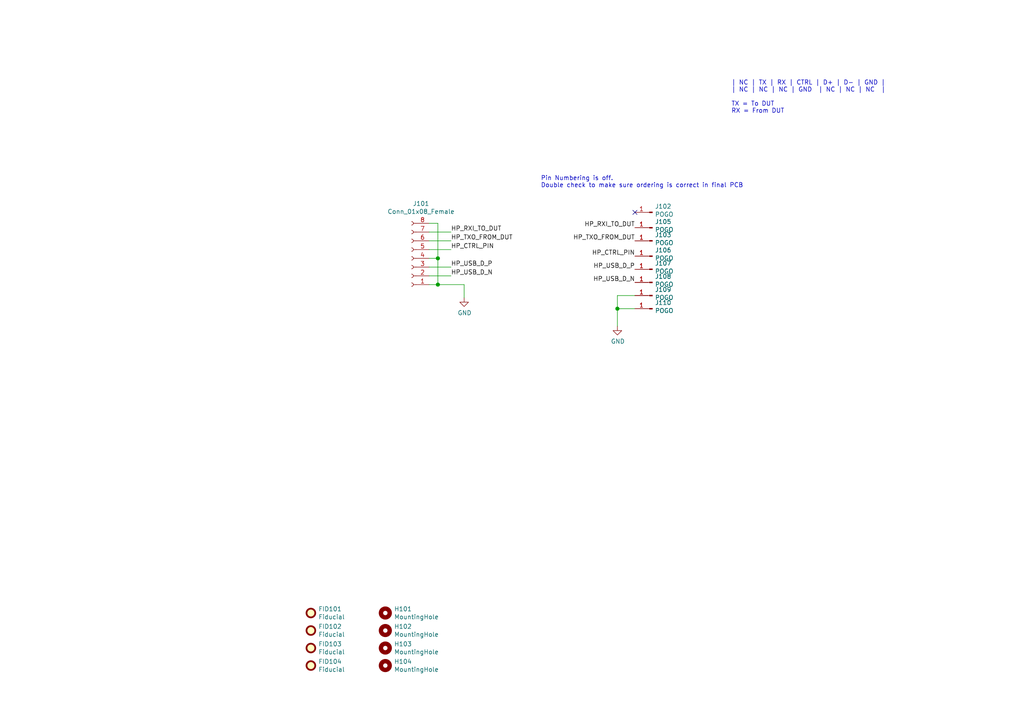
<source format=kicad_sch>
(kicad_sch (version 20210126) (generator eeschema)

  (paper "A4")

  (lib_symbols
    (symbol "homebreakout-rescue:Conn_01x01_Male-Connector" (pin_names (offset 1.016) hide) (in_bom yes) (on_board yes)
      (property "Reference" "J" (id 0) (at 0 2.54 0)
        (effects (font (size 1.27 1.27)))
      )
      (property "Value" "Conn_01x01_Male-Connector" (id 1) (at 0 -2.54 0)
        (effects (font (size 1.27 1.27)))
      )
      (property "Footprint" "" (id 2) (at 0 0 0)
        (effects (font (size 1.27 1.27)) hide)
      )
      (property "Datasheet" "" (id 3) (at 0 0 0)
        (effects (font (size 1.27 1.27)) hide)
      )
      (property "ki_fp_filters" "Connector*:*" (id 4) (at 0 0 0)
        (effects (font (size 1.27 1.27)) hide)
      )
      (symbol "Conn_01x01_Male-Connector_1_1"
        (rectangle (start 0.8636 0.127) (end 0 -0.127)
          (stroke (width 0.1524)) (fill (type outline))
        )
        (polyline
          (pts
            (xy 1.27 0)
            (xy 0.8636 0)
          )
          (stroke (width 0.1524)) (fill (type none))
        )
        (pin passive line (at 5.08 0 180) (length 3.81)
          (name "Pin_1" (effects (font (size 1.27 1.27))))
          (number "1" (effects (font (size 1.27 1.27))))
        )
      )
    )
    (symbol "homebreakout-rescue:Conn_01x08_Female-Connector" (pin_names (offset 1.016) hide) (in_bom yes) (on_board yes)
      (property "Reference" "J" (id 0) (at 0 10.16 0)
        (effects (font (size 1.27 1.27)))
      )
      (property "Value" "Conn_01x08_Female-Connector" (id 1) (at 0 -12.7 0)
        (effects (font (size 1.27 1.27)))
      )
      (property "Footprint" "" (id 2) (at 0 0 0)
        (effects (font (size 1.27 1.27)) hide)
      )
      (property "Datasheet" "" (id 3) (at 0 0 0)
        (effects (font (size 1.27 1.27)) hide)
      )
      (property "ki_fp_filters" "Connector*:*_1x??_*" (id 4) (at 0 0 0)
        (effects (font (size 1.27 1.27)) hide)
      )
      (symbol "Conn_01x08_Female-Connector_1_1"
        (arc (start 0 -9.652) (end 0 -10.668) (radius (at 0 -10.16) (length 0.508) (angles 90.1 -90.1))
          (stroke (width 0.1524)) (fill (type none))
        )
        (arc (start 0 -7.112) (end 0 -8.128) (radius (at 0 -7.62) (length 0.508) (angles 90.1 -90.1))
          (stroke (width 0.1524)) (fill (type none))
        )
        (arc (start 0 -4.572) (end 0 -5.588) (radius (at 0 -5.08) (length 0.508) (angles 90.1 -90.1))
          (stroke (width 0.1524)) (fill (type none))
        )
        (arc (start 0 -2.032) (end 0 -3.048) (radius (at 0 -2.54) (length 0.508) (angles 90.1 -90.1))
          (stroke (width 0.1524)) (fill (type none))
        )
        (arc (start 0 0.508) (end 0 -0.508) (radius (at 0 0) (length 0.508) (angles 90.1 -90.1))
          (stroke (width 0.1524)) (fill (type none))
        )
        (arc (start 0 3.048) (end 0 2.032) (radius (at 0 2.54) (length 0.508) (angles 90.1 -90.1))
          (stroke (width 0.1524)) (fill (type none))
        )
        (arc (start 0 5.588) (end 0 4.572) (radius (at 0 5.08) (length 0.508) (angles 90.1 -90.1))
          (stroke (width 0.1524)) (fill (type none))
        )
        (arc (start 0 8.128) (end 0 7.112) (radius (at 0 7.62) (length 0.508) (angles 90.1 -90.1))
          (stroke (width 0.1524)) (fill (type none))
        )
        (polyline
          (pts
            (xy -1.27 -10.16)
            (xy -0.508 -10.16)
          )
          (stroke (width 0.1524)) (fill (type none))
        )
        (polyline
          (pts
            (xy -1.27 -7.62)
            (xy -0.508 -7.62)
          )
          (stroke (width 0.1524)) (fill (type none))
        )
        (polyline
          (pts
            (xy -1.27 -5.08)
            (xy -0.508 -5.08)
          )
          (stroke (width 0.1524)) (fill (type none))
        )
        (polyline
          (pts
            (xy -1.27 -2.54)
            (xy -0.508 -2.54)
          )
          (stroke (width 0.1524)) (fill (type none))
        )
        (polyline
          (pts
            (xy -1.27 0)
            (xy -0.508 0)
          )
          (stroke (width 0.1524)) (fill (type none))
        )
        (polyline
          (pts
            (xy -1.27 2.54)
            (xy -0.508 2.54)
          )
          (stroke (width 0.1524)) (fill (type none))
        )
        (polyline
          (pts
            (xy -1.27 5.08)
            (xy -0.508 5.08)
          )
          (stroke (width 0.1524)) (fill (type none))
        )
        (polyline
          (pts
            (xy -1.27 7.62)
            (xy -0.508 7.62)
          )
          (stroke (width 0.1524)) (fill (type none))
        )
        (pin passive line (at -5.08 7.62 0) (length 3.81)
          (name "Pin_1" (effects (font (size 1.27 1.27))))
          (number "1" (effects (font (size 1.27 1.27))))
        )
        (pin passive line (at -5.08 5.08 0) (length 3.81)
          (name "Pin_2" (effects (font (size 1.27 1.27))))
          (number "2" (effects (font (size 1.27 1.27))))
        )
        (pin passive line (at -5.08 2.54 0) (length 3.81)
          (name "Pin_3" (effects (font (size 1.27 1.27))))
          (number "3" (effects (font (size 1.27 1.27))))
        )
        (pin passive line (at -5.08 0 0) (length 3.81)
          (name "Pin_4" (effects (font (size 1.27 1.27))))
          (number "4" (effects (font (size 1.27 1.27))))
        )
        (pin passive line (at -5.08 -2.54 0) (length 3.81)
          (name "Pin_5" (effects (font (size 1.27 1.27))))
          (number "5" (effects (font (size 1.27 1.27))))
        )
        (pin passive line (at -5.08 -5.08 0) (length 3.81)
          (name "Pin_6" (effects (font (size 1.27 1.27))))
          (number "6" (effects (font (size 1.27 1.27))))
        )
        (pin passive line (at -5.08 -7.62 0) (length 3.81)
          (name "Pin_7" (effects (font (size 1.27 1.27))))
          (number "7" (effects (font (size 1.27 1.27))))
        )
        (pin passive line (at -5.08 -10.16 0) (length 3.81)
          (name "Pin_8" (effects (font (size 1.27 1.27))))
          (number "8" (effects (font (size 1.27 1.27))))
        )
      )
    )
    (symbol "homebreakout-rescue:Fiducial-Mechanical" (in_bom yes) (on_board yes)
      (property "Reference" "FID" (id 0) (at 0 5.08 0)
        (effects (font (size 1.27 1.27)))
      )
      (property "Value" "Fiducial-Mechanical" (id 1) (at 0 3.175 0)
        (effects (font (size 1.27 1.27)))
      )
      (property "Footprint" "" (id 2) (at 0 0 0)
        (effects (font (size 1.27 1.27)) hide)
      )
      (property "Datasheet" "" (id 3) (at 0 0 0)
        (effects (font (size 1.27 1.27)) hide)
      )
      (property "ki_fp_filters" "Fiducial*" (id 4) (at 0 0 0)
        (effects (font (size 1.27 1.27)) hide)
      )
      (symbol "Fiducial-Mechanical_0_1"
        (circle (center 0 0) (radius 1.27) (stroke (width 0.508)) (fill (type background)))
      )
    )
    (symbol "homebreakout-rescue:GND-power" (power) (pin_names (offset 0)) (in_bom yes) (on_board yes)
      (property "Reference" "#PWR" (id 0) (at 0 -6.35 0)
        (effects (font (size 1.27 1.27)) hide)
      )
      (property "Value" "GND-power" (id 1) (at 0 -3.81 0)
        (effects (font (size 1.27 1.27)))
      )
      (property "Footprint" "" (id 2) (at 0 0 0)
        (effects (font (size 1.27 1.27)) hide)
      )
      (property "Datasheet" "" (id 3) (at 0 0 0)
        (effects (font (size 1.27 1.27)) hide)
      )
      (symbol "GND-power_0_1"
        (polyline
          (pts
            (xy 0 0)
            (xy 0 -1.27)
            (xy 1.27 -1.27)
            (xy 0 -2.54)
            (xy -1.27 -1.27)
            (xy 0 -1.27)
          )
          (stroke (width 0)) (fill (type none))
        )
      )
      (symbol "GND-power_1_1"
        (pin power_in line (at 0 0 270) (length 0) hide
          (name "GND" (effects (font (size 1.27 1.27))))
          (number "1" (effects (font (size 1.27 1.27))))
        )
      )
    )
    (symbol "homebreakout-rescue:MountingHole-Mechanical" (pin_names (offset 1.016)) (in_bom yes) (on_board yes)
      (property "Reference" "H" (id 0) (at 0 5.08 0)
        (effects (font (size 1.27 1.27)))
      )
      (property "Value" "MountingHole-Mechanical" (id 1) (at 0 3.175 0)
        (effects (font (size 1.27 1.27)))
      )
      (property "Footprint" "" (id 2) (at 0 0 0)
        (effects (font (size 1.27 1.27)) hide)
      )
      (property "Datasheet" "" (id 3) (at 0 0 0)
        (effects (font (size 1.27 1.27)) hide)
      )
      (property "ki_fp_filters" "MountingHole*" (id 4) (at 0 0 0)
        (effects (font (size 1.27 1.27)) hide)
      )
      (symbol "MountingHole-Mechanical_0_1"
        (circle (center 0 0) (radius 1.27) (stroke (width 1.27)) (fill (type none)))
      )
    )
  )

  (junction (at 127 74.93) (diameter 1.016) (color 0 0 0 0))
  (junction (at 127 82.55) (diameter 1.016) (color 0 0 0 0))
  (junction (at 179.07 89.535) (diameter 1.016) (color 0 0 0 0))

  (no_connect (at 184.15 61.595) (uuid dc3dfb41-c08d-41d8-8bf8-198499913ea6))

  (wire (pts (xy 124.46 64.77) (xy 127 64.77))
    (stroke (width 0) (type solid) (color 0 0 0 0))
    (uuid 107b15e0-0445-4726-819d-1bf2a3deb02f)
  )
  (wire (pts (xy 124.46 69.85) (xy 130.81 69.85))
    (stroke (width 0) (type solid) (color 0 0 0 0))
    (uuid 18843532-6ccf-4290-933b-778afe176c81)
  )
  (wire (pts (xy 124.46 74.93) (xy 127 74.93))
    (stroke (width 0) (type solid) (color 0 0 0 0))
    (uuid 5dd2e765-dc8a-4bde-be09-98e905c6a6c0)
  )
  (wire (pts (xy 124.46 77.47) (xy 130.81 77.47))
    (stroke (width 0) (type solid) (color 0 0 0 0))
    (uuid f4f1f00c-a51f-4746-b9ef-a7f772b3b489)
  )
  (wire (pts (xy 127 64.77) (xy 127 74.93))
    (stroke (width 0) (type solid) (color 0 0 0 0))
    (uuid d8ee77f8-65bb-497f-9ce5-133cd42a376f)
  )
  (wire (pts (xy 127 74.93) (xy 127 82.55))
    (stroke (width 0) (type solid) (color 0 0 0 0))
    (uuid 2082096a-6ce2-4031-9c9b-6d0a1c3fe04e)
  )
  (wire (pts (xy 127 82.55) (xy 124.46 82.55))
    (stroke (width 0) (type solid) (color 0 0 0 0))
    (uuid 15316c0e-8706-4f8a-93a6-4067208ea775)
  )
  (wire (pts (xy 130.81 67.31) (xy 124.46 67.31))
    (stroke (width 0) (type solid) (color 0 0 0 0))
    (uuid 3089c9f2-623a-4233-bc05-8993d5d5eba4)
  )
  (wire (pts (xy 130.81 72.39) (xy 124.46 72.39))
    (stroke (width 0) (type solid) (color 0 0 0 0))
    (uuid 2bc74ee5-6d5d-4d0c-a821-f7b70f932102)
  )
  (wire (pts (xy 130.81 80.01) (xy 124.46 80.01))
    (stroke (width 0) (type solid) (color 0 0 0 0))
    (uuid 89b80c56-fb93-431f-aaa3-a0c4293fa09b)
  )
  (wire (pts (xy 134.62 82.55) (xy 127 82.55))
    (stroke (width 0) (type solid) (color 0 0 0 0))
    (uuid 62daa91c-bb97-4e05-8522-00a3c5281c02)
  )
  (wire (pts (xy 134.62 86.36) (xy 134.62 82.55))
    (stroke (width 0) (type solid) (color 0 0 0 0))
    (uuid 1ff7ae75-3f3e-4582-b6a4-44a5ff9b2b15)
  )
  (wire (pts (xy 179.07 85.725) (xy 179.07 89.535))
    (stroke (width 0) (type solid) (color 0 0 0 0))
    (uuid 9abbef21-6900-4f18-bad8-e90ea9467386)
  )
  (wire (pts (xy 179.07 89.535) (xy 179.07 94.615))
    (stroke (width 0) (type solid) (color 0 0 0 0))
    (uuid ce2b808c-4b25-406c-b6fb-e14ecdc30827)
  )
  (wire (pts (xy 184.15 85.725) (xy 179.07 85.725))
    (stroke (width 0) (type solid) (color 0 0 0 0))
    (uuid 9255f6c3-b761-4fae-9736-920cc53b8e24)
  )
  (wire (pts (xy 184.15 89.535) (xy 179.07 89.535))
    (stroke (width 0) (type solid) (color 0 0 0 0))
    (uuid d41b6c19-90b1-4497-902f-5bb276d15096)
  )

  (text "Pin Numbering is off.\nDouble check to make sure ordering is correct in final PCB"
    (at 156.845 54.61 0)
    (effects (font (size 1.27 1.27)) (justify left bottom))
    (uuid a7764ca8-0b09-46cd-b31d-497e775f832c)
  )
  (text "| NC | TX | RX | CTRL | D+ | D- | GND |\n| NC | NC | NC | GND  | NC | NC | NC  |\n\nTX = To DUT\nRX = From DUT\n"
    (at 212.09 33.02 0)
    (effects (font (size 1.27 1.27)) (justify left bottom))
    (uuid 60aa3b9b-31fd-4669-bb33-4105652a0024)
  )

  (label "HP_RXI_TO_DUT" (at 130.81 67.31 0)
    (effects (font (size 1.27 1.27)) (justify left bottom))
    (uuid ed94fdad-644e-4a1f-9664-25671f529862)
  )
  (label "HP_TXO_FROM_DUT" (at 130.81 69.85 0)
    (effects (font (size 1.27 1.27)) (justify left bottom))
    (uuid a2fa75e1-0473-4392-9cf6-6b579ca45dc7)
  )
  (label "HP_CTRL_PIN" (at 130.81 72.39 0)
    (effects (font (size 1.27 1.27)) (justify left bottom))
    (uuid e9156cef-3dc9-4c8c-95fd-358f5bd56077)
  )
  (label "HP_USB_D_P" (at 130.81 77.47 0)
    (effects (font (size 1.27 1.27)) (justify left bottom))
    (uuid 8ed87e98-5128-407f-929c-e3f35d3fe798)
  )
  (label "HP_USB_D_N" (at 130.81 80.01 0)
    (effects (font (size 1.27 1.27)) (justify left bottom))
    (uuid adbf8e87-ddb9-4385-98b3-84deb71ecba0)
  )
  (label "HP_RXI_TO_DUT" (at 184.15 66.04 180)
    (effects (font (size 1.27 1.27)) (justify right bottom))
    (uuid c8cb8be7-7b20-4ea2-b0ff-ed827e027fd6)
  )
  (label "HP_TXO_FROM_DUT" (at 184.15 69.85 180)
    (effects (font (size 1.27 1.27)) (justify right bottom))
    (uuid c7640d62-f126-411e-a619-3759dce3c377)
  )
  (label "HP_CTRL_PIN" (at 184.15 74.295 180)
    (effects (font (size 1.27 1.27)) (justify right bottom))
    (uuid 831f6091-518c-40b8-bb6a-e4d33d59c84d)
  )
  (label "HP_USB_D_P" (at 184.15 78.105 180)
    (effects (font (size 1.27 1.27)) (justify right bottom))
    (uuid 6a3de23a-a618-4f3e-b39d-8d862fcfeef5)
  )
  (label "HP_USB_D_N" (at 184.15 81.915 180)
    (effects (font (size 1.27 1.27)) (justify right bottom))
    (uuid 62ca586e-7ce5-46aa-a88b-1d8e61c18160)
  )

  (symbol (lib_id "homebreakout-rescue:Conn_01x01_Male-Connector") (at 189.23 61.595 180) (unit 1)
    (in_bom yes) (on_board yes)
    (uuid 00000000-0000-0000-0000-00005fc88ab0)
    (property "Reference" "J102" (id 0) (at 189.9412 59.8678 0)
      (effects (font (size 1.27 1.27)) (justify right))
    )
    (property "Value" "POGO" (id 1) (at 189.9412 62.1792 0)
      (effects (font (size 1.27 1.27)) (justify right))
    )
    (property "Footprint" "harwin_pogo:P70_POGO" (id 2) (at 189.23 61.595 0)
      (effects (font (size 1.27 1.27)) hide)
    )
    (property "Datasheet" "~" (id 3) (at 189.23 61.595 0)
      (effects (font (size 1.27 1.27)) hide)
    )
    (pin "1" (uuid 2801d4c4-5c3d-4b4e-b070-55e5956a0db2))
  )

  (symbol (lib_id "homebreakout-rescue:Conn_01x01_Male-Connector") (at 189.23 66.04 180) (unit 1)
    (in_bom yes) (on_board yes)
    (uuid 00000000-0000-0000-0000-00005fccd515)
    (property "Reference" "J105" (id 0) (at 189.9412 64.3128 0)
      (effects (font (size 1.27 1.27)) (justify right))
    )
    (property "Value" "POGO" (id 1) (at 189.9412 66.6242 0)
      (effects (font (size 1.27 1.27)) (justify right))
    )
    (property "Footprint" "harwin_pogo:P70_POGO" (id 2) (at 189.23 66.04 0)
      (effects (font (size 1.27 1.27)) hide)
    )
    (property "Datasheet" "~" (id 3) (at 189.23 66.04 0)
      (effects (font (size 1.27 1.27)) hide)
    )
    (pin "1" (uuid 3c4a9e26-9ecf-4204-8242-45de5eadeed1))
  )

  (symbol (lib_id "homebreakout-rescue:Conn_01x01_Male-Connector") (at 189.23 69.85 180) (unit 1)
    (in_bom yes) (on_board yes)
    (uuid 00000000-0000-0000-0000-00005fcc8db1)
    (property "Reference" "J103" (id 0) (at 189.9412 68.1228 0)
      (effects (font (size 1.27 1.27)) (justify right))
    )
    (property "Value" "POGO" (id 1) (at 189.9412 70.4342 0)
      (effects (font (size 1.27 1.27)) (justify right))
    )
    (property "Footprint" "harwin_pogo:P70_POGO" (id 2) (at 189.23 69.85 0)
      (effects (font (size 1.27 1.27)) hide)
    )
    (property "Datasheet" "~" (id 3) (at 189.23 69.85 0)
      (effects (font (size 1.27 1.27)) hide)
    )
    (pin "1" (uuid 41265e10-abaa-4f30-bd79-5a7befc6c296))
  )

  (symbol (lib_id "homebreakout-rescue:Conn_01x01_Male-Connector") (at 189.23 74.295 180) (unit 1)
    (in_bom yes) (on_board yes)
    (uuid 00000000-0000-0000-0000-00005fccd974)
    (property "Reference" "J106" (id 0) (at 189.9412 72.5678 0)
      (effects (font (size 1.27 1.27)) (justify right))
    )
    (property "Value" "POGO" (id 1) (at 189.9412 74.8792 0)
      (effects (font (size 1.27 1.27)) (justify right))
    )
    (property "Footprint" "harwin_pogo:P70_POGO" (id 2) (at 189.23 74.295 0)
      (effects (font (size 1.27 1.27)) hide)
    )
    (property "Datasheet" "~" (id 3) (at 189.23 74.295 0)
      (effects (font (size 1.27 1.27)) hide)
    )
    (pin "1" (uuid 864264b2-a283-46b5-bbb5-d4a03c369aa8))
  )

  (symbol (lib_id "homebreakout-rescue:Conn_01x01_Male-Connector") (at 189.23 78.105 180) (unit 1)
    (in_bom yes) (on_board yes)
    (uuid 00000000-0000-0000-0000-00005fccdcad)
    (property "Reference" "J107" (id 0) (at 189.9412 76.3778 0)
      (effects (font (size 1.27 1.27)) (justify right))
    )
    (property "Value" "POGO" (id 1) (at 189.9412 78.6892 0)
      (effects (font (size 1.27 1.27)) (justify right))
    )
    (property "Footprint" "harwin_pogo:P70_POGO" (id 2) (at 189.23 78.105 0)
      (effects (font (size 1.27 1.27)) hide)
    )
    (property "Datasheet" "~" (id 3) (at 189.23 78.105 0)
      (effects (font (size 1.27 1.27)) hide)
    )
    (pin "1" (uuid f688ebbb-fef3-46b9-8cd5-5076e61f82d4))
  )

  (symbol (lib_id "homebreakout-rescue:Conn_01x01_Male-Connector") (at 189.23 81.915 180) (unit 1)
    (in_bom yes) (on_board yes)
    (uuid 00000000-0000-0000-0000-00005fccdfd1)
    (property "Reference" "J108" (id 0) (at 189.9412 80.1878 0)
      (effects (font (size 1.27 1.27)) (justify right))
    )
    (property "Value" "POGO" (id 1) (at 189.9412 82.4992 0)
      (effects (font (size 1.27 1.27)) (justify right))
    )
    (property "Footprint" "harwin_pogo:P70_POGO" (id 2) (at 189.23 81.915 0)
      (effects (font (size 1.27 1.27)) hide)
    )
    (property "Datasheet" "~" (id 3) (at 189.23 81.915 0)
      (effects (font (size 1.27 1.27)) hide)
    )
    (pin "1" (uuid f08ec44f-f75a-48be-bc96-74d4203f7a13))
  )

  (symbol (lib_id "homebreakout-rescue:Conn_01x01_Male-Connector") (at 189.23 85.725 180) (unit 1)
    (in_bom yes) (on_board yes)
    (uuid 00000000-0000-0000-0000-00005fcce277)
    (property "Reference" "J109" (id 0) (at 189.9412 83.9978 0)
      (effects (font (size 1.27 1.27)) (justify right))
    )
    (property "Value" "POGO" (id 1) (at 189.9412 86.3092 0)
      (effects (font (size 1.27 1.27)) (justify right))
    )
    (property "Footprint" "harwin_pogo:P70_POGO" (id 2) (at 189.23 85.725 0)
      (effects (font (size 1.27 1.27)) hide)
    )
    (property "Datasheet" "~" (id 3) (at 189.23 85.725 0)
      (effects (font (size 1.27 1.27)) hide)
    )
    (pin "1" (uuid 21d17c7f-dfd1-4ce3-b1a6-8d9b05ed4718))
  )

  (symbol (lib_id "homebreakout-rescue:Conn_01x01_Male-Connector") (at 189.23 89.535 180) (unit 1)
    (in_bom yes) (on_board yes)
    (uuid 00000000-0000-0000-0000-00005fcce49f)
    (property "Reference" "J110" (id 0) (at 189.9412 87.8078 0)
      (effects (font (size 1.27 1.27)) (justify right))
    )
    (property "Value" "POGO" (id 1) (at 189.9412 90.1192 0)
      (effects (font (size 1.27 1.27)) (justify right))
    )
    (property "Footprint" "harwin_pogo:P70_POGO" (id 2) (at 189.23 89.535 0)
      (effects (font (size 1.27 1.27)) hide)
    )
    (property "Datasheet" "~" (id 3) (at 189.23 89.535 0)
      (effects (font (size 1.27 1.27)) hide)
    )
    (pin "1" (uuid dafedab4-044d-4a5d-a0f5-ba7c72ede57b))
  )

  (symbol (lib_id "homebreakout-rescue:GND-power") (at 134.62 86.36 0) (unit 1)
    (in_bom yes) (on_board yes)
    (uuid 00000000-0000-0000-0000-00005fc8b8d2)
    (property "Reference" "#PWR0101" (id 0) (at 134.62 92.71 0)
      (effects (font (size 1.27 1.27)) hide)
    )
    (property "Value" "GND" (id 1) (at 134.747 90.7542 0))
    (property "Footprint" "" (id 2) (at 134.62 86.36 0)
      (effects (font (size 1.27 1.27)) hide)
    )
    (property "Datasheet" "" (id 3) (at 134.62 86.36 0)
      (effects (font (size 1.27 1.27)) hide)
    )
    (pin "1" (uuid 96ae6f52-216b-40b1-8e43-8be42013fdc5))
  )

  (symbol (lib_id "homebreakout-rescue:GND-power") (at 179.07 94.615 0) (unit 1)
    (in_bom yes) (on_board yes)
    (uuid 00000000-0000-0000-0000-00005fcd2152)
    (property "Reference" "#PWR0123" (id 0) (at 179.07 100.965 0)
      (effects (font (size 1.27 1.27)) hide)
    )
    (property "Value" "GND" (id 1) (at 179.197 99.0092 0))
    (property "Footprint" "" (id 2) (at 179.07 94.615 0)
      (effects (font (size 1.27 1.27)) hide)
    )
    (property "Datasheet" "" (id 3) (at 179.07 94.615 0)
      (effects (font (size 1.27 1.27)) hide)
    )
    (pin "1" (uuid f04e27cc-6969-4b84-9a96-90d8c394fd16))
  )

  (symbol (lib_id "homebreakout-rescue:Fiducial-Mechanical") (at 90.17 177.8 0) (unit 1)
    (in_bom yes) (on_board yes)
    (uuid 00000000-0000-0000-0000-00005fd078b0)
    (property "Reference" "FID101" (id 0) (at 92.329 176.6316 0)
      (effects (font (size 1.27 1.27)) (justify left))
    )
    (property "Value" "Fiducial" (id 1) (at 92.329 178.943 0)
      (effects (font (size 1.27 1.27)) (justify left))
    )
    (property "Footprint" "Fiducials:Fiducial_0.5mm_Dia_1mm_Outer" (id 2) (at 90.17 177.8 0)
      (effects (font (size 1.27 1.27)) hide)
    )
    (property "Datasheet" "~" (id 3) (at 90.17 177.8 0)
      (effects (font (size 1.27 1.27)) hide)
    )
  )

  (symbol (lib_id "homebreakout-rescue:Fiducial-Mechanical") (at 90.17 182.88 0) (unit 1)
    (in_bom yes) (on_board yes)
    (uuid 00000000-0000-0000-0000-00005fd07b26)
    (property "Reference" "FID102" (id 0) (at 92.329 181.7116 0)
      (effects (font (size 1.27 1.27)) (justify left))
    )
    (property "Value" "Fiducial" (id 1) (at 92.329 184.023 0)
      (effects (font (size 1.27 1.27)) (justify left))
    )
    (property "Footprint" "Fiducials:Fiducial_0.5mm_Dia_1mm_Outer" (id 2) (at 90.17 182.88 0)
      (effects (font (size 1.27 1.27)) hide)
    )
    (property "Datasheet" "~" (id 3) (at 90.17 182.88 0)
      (effects (font (size 1.27 1.27)) hide)
    )
  )

  (symbol (lib_id "homebreakout-rescue:Fiducial-Mechanical") (at 90.17 187.96 0) (unit 1)
    (in_bom yes) (on_board yes)
    (uuid 00000000-0000-0000-0000-00005fd07c2b)
    (property "Reference" "FID103" (id 0) (at 92.329 186.7916 0)
      (effects (font (size 1.27 1.27)) (justify left))
    )
    (property "Value" "Fiducial" (id 1) (at 92.329 189.103 0)
      (effects (font (size 1.27 1.27)) (justify left))
    )
    (property "Footprint" "Fiducials:Fiducial_0.5mm_Dia_1mm_Outer" (id 2) (at 90.17 187.96 0)
      (effects (font (size 1.27 1.27)) hide)
    )
    (property "Datasheet" "~" (id 3) (at 90.17 187.96 0)
      (effects (font (size 1.27 1.27)) hide)
    )
  )

  (symbol (lib_id "homebreakout-rescue:Fiducial-Mechanical") (at 90.17 193.04 0) (unit 1)
    (in_bom yes) (on_board yes)
    (uuid 00000000-0000-0000-0000-00005fd07e1e)
    (property "Reference" "FID104" (id 0) (at 92.329 191.8716 0)
      (effects (font (size 1.27 1.27)) (justify left))
    )
    (property "Value" "Fiducial" (id 1) (at 92.329 194.183 0)
      (effects (font (size 1.27 1.27)) (justify left))
    )
    (property "Footprint" "Fiducials:Fiducial_0.5mm_Dia_1mm_Outer" (id 2) (at 90.17 193.04 0)
      (effects (font (size 1.27 1.27)) hide)
    )
    (property "Datasheet" "~" (id 3) (at 90.17 193.04 0)
      (effects (font (size 1.27 1.27)) hide)
    )
  )

  (symbol (lib_id "homebreakout-rescue:MountingHole-Mechanical") (at 111.76 177.8 0) (unit 1)
    (in_bom yes) (on_board yes)
    (uuid 00000000-0000-0000-0000-00005fd06e4e)
    (property "Reference" "H101" (id 0) (at 114.3 176.6316 0)
      (effects (font (size 1.27 1.27)) (justify left))
    )
    (property "Value" "MountingHole" (id 1) (at 114.3 178.943 0)
      (effects (font (size 1.27 1.27)) (justify left))
    )
    (property "Footprint" "Mounting_Holes:MountingHole_2.2mm_M2" (id 2) (at 111.76 177.8 0)
      (effects (font (size 1.27 1.27)) hide)
    )
    (property "Datasheet" "~" (id 3) (at 111.76 177.8 0)
      (effects (font (size 1.27 1.27)) hide)
    )
  )

  (symbol (lib_id "homebreakout-rescue:MountingHole-Mechanical") (at 111.76 182.88 0) (unit 1)
    (in_bom yes) (on_board yes)
    (uuid 00000000-0000-0000-0000-00005fd08771)
    (property "Reference" "H102" (id 0) (at 114.3 181.7116 0)
      (effects (font (size 1.27 1.27)) (justify left))
    )
    (property "Value" "MountingHole" (id 1) (at 114.3 184.023 0)
      (effects (font (size 1.27 1.27)) (justify left))
    )
    (property "Footprint" "Mounting_Holes:MountingHole_2.2mm_M2" (id 2) (at 111.76 182.88 0)
      (effects (font (size 1.27 1.27)) hide)
    )
    (property "Datasheet" "~" (id 3) (at 111.76 182.88 0)
      (effects (font (size 1.27 1.27)) hide)
    )
  )

  (symbol (lib_id "homebreakout-rescue:MountingHole-Mechanical") (at 111.76 187.96 0) (unit 1)
    (in_bom yes) (on_board yes)
    (uuid 00000000-0000-0000-0000-00005fd088ed)
    (property "Reference" "H103" (id 0) (at 114.3 186.7916 0)
      (effects (font (size 1.27 1.27)) (justify left))
    )
    (property "Value" "MountingHole" (id 1) (at 114.3 189.103 0)
      (effects (font (size 1.27 1.27)) (justify left))
    )
    (property "Footprint" "Mounting_Holes:MountingHole_2.2mm_M2" (id 2) (at 111.76 187.96 0)
      (effects (font (size 1.27 1.27)) hide)
    )
    (property "Datasheet" "~" (id 3) (at 111.76 187.96 0)
      (effects (font (size 1.27 1.27)) hide)
    )
  )

  (symbol (lib_id "homebreakout-rescue:MountingHole-Mechanical") (at 111.76 193.04 0) (unit 1)
    (in_bom yes) (on_board yes)
    (uuid 00000000-0000-0000-0000-00005fd08b13)
    (property "Reference" "H104" (id 0) (at 114.3 191.8716 0)
      (effects (font (size 1.27 1.27)) (justify left))
    )
    (property "Value" "MountingHole" (id 1) (at 114.3 194.183 0)
      (effects (font (size 1.27 1.27)) (justify left))
    )
    (property "Footprint" "Mounting_Holes:MountingHole_2.2mm_M2" (id 2) (at 111.76 193.04 0)
      (effects (font (size 1.27 1.27)) hide)
    )
    (property "Datasheet" "~" (id 3) (at 111.76 193.04 0)
      (effects (font (size 1.27 1.27)) hide)
    )
  )

  (symbol (lib_id "homebreakout-rescue:Conn_01x08_Female-Connector") (at 119.38 74.93 180) (unit 1)
    (in_bom yes) (on_board yes)
    (uuid 00000000-0000-0000-0000-00005fc89548)
    (property "Reference" "J101" (id 0) (at 122.1232 59.055 0))
    (property "Value" "Conn_01x08_Female" (id 1) (at 122.1232 61.3664 0))
    (property "Footprint" "footprints:SLW8S-1C7LF" (id 2) (at 119.38 74.93 0)
      (effects (font (size 1.27 1.27)) hide)
    )
    (property "Datasheet" "~" (id 3) (at 119.38 74.93 0)
      (effects (font (size 1.27 1.27)) hide)
    )
    (pin "1" (uuid 50fe6507-856b-427c-b764-5e542fa134f3))
    (pin "2" (uuid aadd6954-9eea-4fd4-8ee3-29616b4669bc))
    (pin "3" (uuid 352bbd8a-5b28-414f-9681-7e8b4c2f63de))
    (pin "4" (uuid cec45d6b-b8f4-4737-99bd-2a0de97a1b1b))
    (pin "5" (uuid d3681514-657c-475c-94a0-803d3a9b85f9))
    (pin "6" (uuid 7a3397f0-bd40-4684-a9fb-9bbf700d210a))
    (pin "7" (uuid 9f47b15f-7a72-405e-bef3-7740e1c9aa02))
    (pin "8" (uuid d104f1f9-9232-4787-ac07-e4ca35754a34))
  )

  (sheet_instances
    (path "/" (page "1"))
  )

  (symbol_instances
    (path "/00000000-0000-0000-0000-00005fc8b8d2"
      (reference "#PWR0101") (unit 1) (value "GND") (footprint "")
    )
    (path "/00000000-0000-0000-0000-00005fcd2152"
      (reference "#PWR0123") (unit 1) (value "GND") (footprint "")
    )
    (path "/00000000-0000-0000-0000-00005fd078b0"
      (reference "FID101") (unit 1) (value "Fiducial") (footprint "Fiducials:Fiducial_0.5mm_Dia_1mm_Outer")
    )
    (path "/00000000-0000-0000-0000-00005fd07b26"
      (reference "FID102") (unit 1) (value "Fiducial") (footprint "Fiducials:Fiducial_0.5mm_Dia_1mm_Outer")
    )
    (path "/00000000-0000-0000-0000-00005fd07c2b"
      (reference "FID103") (unit 1) (value "Fiducial") (footprint "Fiducials:Fiducial_0.5mm_Dia_1mm_Outer")
    )
    (path "/00000000-0000-0000-0000-00005fd07e1e"
      (reference "FID104") (unit 1) (value "Fiducial") (footprint "Fiducials:Fiducial_0.5mm_Dia_1mm_Outer")
    )
    (path "/00000000-0000-0000-0000-00005fd06e4e"
      (reference "H101") (unit 1) (value "MountingHole") (footprint "Mounting_Holes:MountingHole_2.2mm_M2")
    )
    (path "/00000000-0000-0000-0000-00005fd08771"
      (reference "H102") (unit 1) (value "MountingHole") (footprint "Mounting_Holes:MountingHole_2.2mm_M2")
    )
    (path "/00000000-0000-0000-0000-00005fd088ed"
      (reference "H103") (unit 1) (value "MountingHole") (footprint "Mounting_Holes:MountingHole_2.2mm_M2")
    )
    (path "/00000000-0000-0000-0000-00005fd08b13"
      (reference "H104") (unit 1) (value "MountingHole") (footprint "Mounting_Holes:MountingHole_2.2mm_M2")
    )
    (path "/00000000-0000-0000-0000-00005fc89548"
      (reference "J101") (unit 1) (value "Conn_01x08_Female") (footprint "footprints:SLW8S-1C7LF")
    )
    (path "/00000000-0000-0000-0000-00005fc88ab0"
      (reference "J102") (unit 1) (value "POGO") (footprint "harwin_pogo:P70_POGO")
    )
    (path "/00000000-0000-0000-0000-00005fcc8db1"
      (reference "J103") (unit 1) (value "POGO") (footprint "harwin_pogo:P70_POGO")
    )
    (path "/00000000-0000-0000-0000-00005fccd515"
      (reference "J105") (unit 1) (value "POGO") (footprint "harwin_pogo:P70_POGO")
    )
    (path "/00000000-0000-0000-0000-00005fccd974"
      (reference "J106") (unit 1) (value "POGO") (footprint "harwin_pogo:P70_POGO")
    )
    (path "/00000000-0000-0000-0000-00005fccdcad"
      (reference "J107") (unit 1) (value "POGO") (footprint "harwin_pogo:P70_POGO")
    )
    (path "/00000000-0000-0000-0000-00005fccdfd1"
      (reference "J108") (unit 1) (value "POGO") (footprint "harwin_pogo:P70_POGO")
    )
    (path "/00000000-0000-0000-0000-00005fcce277"
      (reference "J109") (unit 1) (value "POGO") (footprint "harwin_pogo:P70_POGO")
    )
    (path "/00000000-0000-0000-0000-00005fcce49f"
      (reference "J110") (unit 1) (value "POGO") (footprint "harwin_pogo:P70_POGO")
    )
  )
)

</source>
